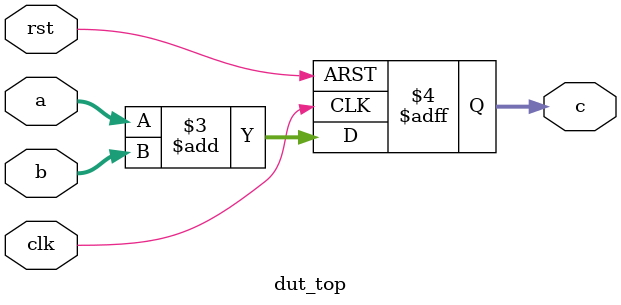
<source format=sv>


// Permission is hereby granted, free of charge, to any person obtaining a copy
// of this software and associated documentation files (the "Software"), to deal
// in the Software without restriction, including without limitation the rights
// to use, copy, modify, merge, publish, distribute, sublicense, and/or sell
// copies of the Software, and to permit persons to whom the Software is
// furnished to do so, subject to the following conditions:

// The above copyright notice and this permission notice shall be included in all
// copies or substantial portions of the Software.

// THE SOFTWARE IS PROVIDED "AS IS", WITHOUT WARRANTY OF ANY KIND, EXPRESS OR
// IMPLIED, INCLUDING BUT NOT LIMITED TO THE WARRANTIES OF MERCHANTABILITY,
// FITNESS FOR A PARTICULAR PURPOSE AND NONINFRINGEMENT. IN NO EVENT SHALL THE
// AUTHORS OR COPYRIGHT HOLDERS BE LIABLE FOR ANY CLAIM, DAMAGES OR OTHER
// LIABILITY, WHETHER IN AN ACTION OF CONTRACT, TORT OR OTHERWISE, ARISING FROM,
// OUT OF OR IN CONNECTION WITH THE SOFTWARE OR THE USE OR OTHER DEALINGS IN THE
// SOFTWARE.

`default_nettype none `timescale 1 ns / 1 ps

module dut_top #(
    parameter integer WIDTH = 40
) (
    input wire clk,
    input wire rst,
    input wire [WIDTH-1:0] a,
    input wire [WIDTH-1:0] b,
    output logic [WIDTH-1:0] c
);

  always_ff @(posedge clk, negedge rst) begin
    if (!rst) begin
      c <= 0;
    end else begin
      c <= a + b;
    end
  end


endmodule

</source>
